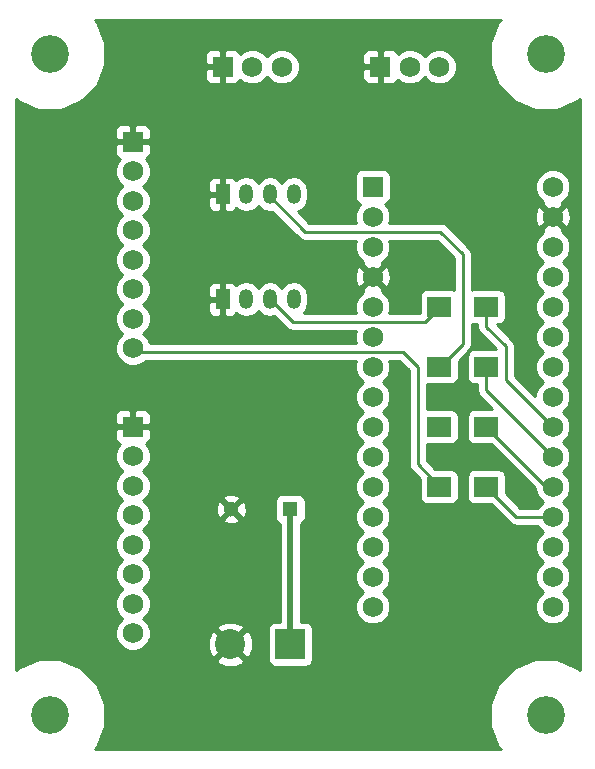
<source format=gbr>
G04 #@! TF.FileFunction,Copper,L1,Top,Signal*
%FSLAX46Y46*%
G04 Gerber Fmt 4.6, Leading zero omitted, Abs format (unit mm)*
G04 Created by KiCad (PCBNEW 4.0.3+e1-6302~38~ubuntu15.04.1-stable) date Fri Aug 26 22:40:40 2016*
%MOMM*%
%LPD*%
G01*
G04 APERTURE LIST*
%ADD10C,0.100000*%
%ADD11R,1.727200X1.727200*%
%ADD12C,1.727200*%
%ADD13R,1.300000X1.300000*%
%ADD14C,1.300000*%
%ADD15R,1.750000X1.750000*%
%ADD16C,1.750000*%
%ADD17R,1.200000X1.700000*%
%ADD18O,1.200000X1.700000*%
%ADD19R,2.540000X2.540000*%
%ADD20C,2.540000*%
%ADD21R,2.000000X1.700000*%
%ADD22C,3.200000*%
%ADD23C,0.600000*%
%ADD24C,0.500000*%
%ADD25C,0.250000*%
%ADD26C,0.254000*%
G04 APERTURE END LIST*
D10*
D11*
X86360000Y-55245000D03*
D12*
X86360000Y-57785000D03*
X86360000Y-60325000D03*
X86360000Y-62865000D03*
X86360000Y-65405000D03*
X86360000Y-67945000D03*
X86360000Y-70485000D03*
X86360000Y-73025000D03*
X86360000Y-75565000D03*
X86360000Y-78105000D03*
X86360000Y-80645000D03*
X86360000Y-83185000D03*
X86360000Y-85725000D03*
X86360000Y-88265000D03*
X86360000Y-90805000D03*
X101600000Y-90805000D03*
X101600000Y-88265000D03*
X101600000Y-85725000D03*
X101600000Y-83185000D03*
X101600000Y-80645000D03*
X101600000Y-78105000D03*
X101600000Y-75565000D03*
X101600000Y-73025000D03*
X101600000Y-70485000D03*
X101600000Y-67945000D03*
X101600000Y-65405000D03*
X101600000Y-62865000D03*
X101600000Y-60325000D03*
X101600000Y-57785000D03*
X101600000Y-55245000D03*
D13*
X79375000Y-82550000D03*
D14*
X74375000Y-82550000D03*
D15*
X66040000Y-51435000D03*
D16*
X66040000Y-53935000D03*
X66040000Y-56435000D03*
X66040000Y-58935000D03*
X66040000Y-61435000D03*
X66040000Y-63935000D03*
X66040000Y-66435000D03*
X66040000Y-68935000D03*
D15*
X66040000Y-75565000D03*
D16*
X66040000Y-78065000D03*
X66040000Y-80565000D03*
X66040000Y-83065000D03*
X66040000Y-85565000D03*
X66040000Y-88065000D03*
X66040000Y-90565000D03*
X66040000Y-93065000D03*
D17*
X73660000Y-55880000D03*
D18*
X75660000Y-55880000D03*
X77660000Y-55880000D03*
X79660000Y-55880000D03*
D17*
X73660000Y-64770000D03*
D18*
X75660000Y-64770000D03*
X77660000Y-64770000D03*
X79660000Y-64770000D03*
D19*
X79375000Y-93980000D03*
D20*
X74295000Y-93980000D03*
D21*
X95980000Y-80645000D03*
X91980000Y-80645000D03*
X95980000Y-75565000D03*
X91980000Y-75565000D03*
X95980000Y-70485000D03*
X91980000Y-70485000D03*
X95980000Y-65405000D03*
X91980000Y-65405000D03*
D15*
X73660000Y-45085000D03*
D16*
X76160000Y-45085000D03*
X78660000Y-45085000D03*
D15*
X86995000Y-45085000D03*
D16*
X89495000Y-45085000D03*
X91995000Y-45085000D03*
D22*
X59000000Y-44000000D03*
X101000000Y-44000000D03*
X59000000Y-100000000D03*
X101000000Y-100000000D03*
D23*
X91980000Y-75565000D03*
D24*
X74295000Y-82630000D02*
X74375000Y-82550000D01*
D25*
X98520000Y-83185000D02*
X95980000Y-80645000D01*
X101600000Y-83185000D02*
X98520000Y-83185000D01*
X101060000Y-80645000D02*
X95980000Y-75565000D01*
X101600000Y-80645000D02*
X101060000Y-80645000D01*
X101600000Y-78105000D02*
X95980000Y-72485000D01*
X95980000Y-72485000D02*
X95980000Y-70485000D01*
X101600000Y-78105000D02*
X101473000Y-78105000D01*
X101600000Y-75565000D02*
X97635696Y-71600696D01*
X97635696Y-71600696D02*
X97635696Y-68774155D01*
X95980000Y-67118459D02*
X95980000Y-65405000D01*
X97635696Y-68774155D02*
X95980000Y-67118459D01*
X101600000Y-75565000D02*
X101473000Y-75565000D01*
X101600000Y-75565000D02*
X101060000Y-75565000D01*
D24*
X79375000Y-82550000D02*
X79375000Y-93980000D01*
D25*
X91980000Y-80645000D02*
X91980000Y-80550000D01*
X91980000Y-80550000D02*
X90170000Y-78740000D01*
X88900000Y-69215000D02*
X66320000Y-69215000D01*
X90170000Y-70485000D02*
X88900000Y-69215000D01*
X90170000Y-78740000D02*
X90170000Y-70485000D01*
X66320000Y-69215000D02*
X66040000Y-68935000D01*
X91980000Y-80645000D02*
X92075000Y-80645000D01*
X91980000Y-76105000D02*
X91980000Y-75565000D01*
X91980000Y-70612000D02*
X91980000Y-70580000D01*
X91980000Y-70580000D02*
X93980000Y-68580000D01*
X77660000Y-55880000D02*
X77660000Y-56070000D01*
X77660000Y-56070000D02*
X80645000Y-59055000D01*
X93980000Y-68580000D02*
X93980000Y-60960000D01*
X92075000Y-59055000D02*
X80645000Y-59055000D01*
X93980000Y-60960000D02*
X92075000Y-59055000D01*
X91980000Y-65405000D02*
X91980000Y-65500000D01*
X91980000Y-65500000D02*
X90805000Y-66675000D01*
X90805000Y-66675000D02*
X79565000Y-66675000D01*
X79565000Y-66675000D02*
X77660000Y-64770000D01*
X77660000Y-64770000D02*
X77660000Y-64960000D01*
D26*
G36*
X96994981Y-41318874D02*
X96273823Y-43055617D01*
X96272182Y-44936133D01*
X96990308Y-46674132D01*
X98318874Y-48005019D01*
X100055617Y-48726177D01*
X101936133Y-48727818D01*
X103674132Y-48009692D01*
X103873000Y-47811171D01*
X103873000Y-96187190D01*
X103681126Y-95994981D01*
X101944383Y-95273823D01*
X100063867Y-95272182D01*
X98325868Y-95990308D01*
X96994981Y-97318874D01*
X96273823Y-99055617D01*
X96272182Y-100936133D01*
X96990308Y-102674132D01*
X97188829Y-102873000D01*
X62812810Y-102873000D01*
X63005019Y-102681126D01*
X63726177Y-100944383D01*
X63727818Y-99063867D01*
X63009692Y-97325868D01*
X61681126Y-95994981D01*
X60074319Y-95327777D01*
X73126828Y-95327777D01*
X73258520Y-95622657D01*
X73966036Y-95894261D01*
X74723632Y-95874436D01*
X75331480Y-95622657D01*
X75463172Y-95327777D01*
X74295000Y-94159605D01*
X73126828Y-95327777D01*
X60074319Y-95327777D01*
X59944383Y-95273823D01*
X58063867Y-95272182D01*
X56325868Y-95990308D01*
X56127000Y-96188829D01*
X56127000Y-78364040D01*
X64529738Y-78364040D01*
X64759138Y-78919229D01*
X65154536Y-79315318D01*
X64760630Y-79708537D01*
X64530262Y-80263325D01*
X64529738Y-80864040D01*
X64759138Y-81419229D01*
X65154536Y-81815318D01*
X64760630Y-82208537D01*
X64530262Y-82763325D01*
X64529738Y-83364040D01*
X64759138Y-83919229D01*
X65154536Y-84315318D01*
X64760630Y-84708537D01*
X64530262Y-85263325D01*
X64529738Y-85864040D01*
X64759138Y-86419229D01*
X65154536Y-86815318D01*
X64760630Y-87208537D01*
X64530262Y-87763325D01*
X64529738Y-88364040D01*
X64759138Y-88919229D01*
X65154536Y-89315318D01*
X64760630Y-89708537D01*
X64530262Y-90263325D01*
X64529738Y-90864040D01*
X64759138Y-91419229D01*
X65154536Y-91815318D01*
X64760630Y-92208537D01*
X64530262Y-92763325D01*
X64529738Y-93364040D01*
X64759138Y-93919229D01*
X65183537Y-94344370D01*
X65738325Y-94574738D01*
X66339040Y-94575262D01*
X66894229Y-94345862D01*
X67319370Y-93921463D01*
X67431661Y-93651036D01*
X72380739Y-93651036D01*
X72400564Y-94408632D01*
X72652343Y-95016480D01*
X72947223Y-95148172D01*
X74115395Y-93980000D01*
X74474605Y-93980000D01*
X75642777Y-95148172D01*
X75937657Y-95016480D01*
X76209261Y-94308964D01*
X76189436Y-93551368D01*
X75937657Y-92943520D01*
X75642777Y-92811828D01*
X74474605Y-93980000D01*
X74115395Y-93980000D01*
X72947223Y-92811828D01*
X72652343Y-92943520D01*
X72380739Y-93651036D01*
X67431661Y-93651036D01*
X67549738Y-93366675D01*
X67550262Y-92765960D01*
X67495003Y-92632223D01*
X73126828Y-92632223D01*
X74295000Y-93800395D01*
X75385395Y-92710000D01*
X77457560Y-92710000D01*
X77457560Y-95250000D01*
X77501838Y-95485317D01*
X77640910Y-95701441D01*
X77853110Y-95846431D01*
X78105000Y-95897440D01*
X80645000Y-95897440D01*
X80880317Y-95853162D01*
X81096441Y-95714090D01*
X81241431Y-95501890D01*
X81292440Y-95250000D01*
X81292440Y-92710000D01*
X81248162Y-92474683D01*
X81109090Y-92258559D01*
X80896890Y-92113569D01*
X80645000Y-92062560D01*
X80260000Y-92062560D01*
X80260000Y-83803222D01*
X80260317Y-83803162D01*
X80476441Y-83664090D01*
X80621431Y-83451890D01*
X80672440Y-83200000D01*
X80672440Y-81900000D01*
X80628162Y-81664683D01*
X80489090Y-81448559D01*
X80276890Y-81303569D01*
X80025000Y-81252560D01*
X78725000Y-81252560D01*
X78489683Y-81296838D01*
X78273559Y-81435910D01*
X78128569Y-81648110D01*
X78077560Y-81900000D01*
X78077560Y-83200000D01*
X78121838Y-83435317D01*
X78260910Y-83651441D01*
X78473110Y-83796431D01*
X78490000Y-83799851D01*
X78490000Y-92062560D01*
X78105000Y-92062560D01*
X77869683Y-92106838D01*
X77653559Y-92245910D01*
X77508569Y-92458110D01*
X77457560Y-92710000D01*
X75385395Y-92710000D01*
X75463172Y-92632223D01*
X75331480Y-92337343D01*
X74623964Y-92065739D01*
X73866368Y-92085564D01*
X73258520Y-92337343D01*
X73126828Y-92632223D01*
X67495003Y-92632223D01*
X67320862Y-92210771D01*
X66925464Y-91814682D01*
X67319370Y-91421463D01*
X67549738Y-90866675D01*
X67550262Y-90265960D01*
X67320862Y-89710771D01*
X66925464Y-89314682D01*
X67319370Y-88921463D01*
X67549738Y-88366675D01*
X67550262Y-87765960D01*
X67320862Y-87210771D01*
X66925464Y-86814682D01*
X67319370Y-86421463D01*
X67549738Y-85866675D01*
X67550262Y-85265960D01*
X67320862Y-84710771D01*
X66925464Y-84314682D01*
X67319370Y-83921463D01*
X67515547Y-83449016D01*
X73655590Y-83449016D01*
X73711271Y-83679611D01*
X74194078Y-83847622D01*
X74704428Y-83818083D01*
X75038729Y-83679611D01*
X75094410Y-83449016D01*
X74375000Y-82729605D01*
X73655590Y-83449016D01*
X67515547Y-83449016D01*
X67549738Y-83366675D01*
X67550262Y-82765960D01*
X67386274Y-82369078D01*
X73077378Y-82369078D01*
X73106917Y-82879428D01*
X73245389Y-83213729D01*
X73475984Y-83269410D01*
X74195395Y-82550000D01*
X74554605Y-82550000D01*
X75274016Y-83269410D01*
X75504611Y-83213729D01*
X75672622Y-82730922D01*
X75643083Y-82220572D01*
X75504611Y-81886271D01*
X75274016Y-81830590D01*
X74554605Y-82550000D01*
X74195395Y-82550000D01*
X73475984Y-81830590D01*
X73245389Y-81886271D01*
X73077378Y-82369078D01*
X67386274Y-82369078D01*
X67320862Y-82210771D01*
X66925464Y-81814682D01*
X67089447Y-81650984D01*
X73655590Y-81650984D01*
X74375000Y-82370395D01*
X75094410Y-81650984D01*
X75038729Y-81420389D01*
X74555922Y-81252378D01*
X74045572Y-81281917D01*
X73711271Y-81420389D01*
X73655590Y-81650984D01*
X67089447Y-81650984D01*
X67319370Y-81421463D01*
X67549738Y-80866675D01*
X67550262Y-80265960D01*
X67320862Y-79710771D01*
X66925464Y-79314682D01*
X67319370Y-78921463D01*
X67549738Y-78366675D01*
X67550262Y-77765960D01*
X67320862Y-77210771D01*
X67143198Y-77032797D01*
X67274699Y-76978327D01*
X67453327Y-76799698D01*
X67550000Y-76566309D01*
X67550000Y-75850750D01*
X67391250Y-75692000D01*
X66167000Y-75692000D01*
X66167000Y-75712000D01*
X65913000Y-75712000D01*
X65913000Y-75692000D01*
X64688750Y-75692000D01*
X64530000Y-75850750D01*
X64530000Y-76566309D01*
X64626673Y-76799698D01*
X64805301Y-76978327D01*
X64936714Y-77032760D01*
X64760630Y-77208537D01*
X64530262Y-77763325D01*
X64529738Y-78364040D01*
X56127000Y-78364040D01*
X56127000Y-74563691D01*
X64530000Y-74563691D01*
X64530000Y-75279250D01*
X64688750Y-75438000D01*
X65913000Y-75438000D01*
X65913000Y-74213750D01*
X66167000Y-74213750D01*
X66167000Y-75438000D01*
X67391250Y-75438000D01*
X67550000Y-75279250D01*
X67550000Y-74563691D01*
X67453327Y-74330302D01*
X67274699Y-74151673D01*
X67041310Y-74055000D01*
X66325750Y-74055000D01*
X66167000Y-74213750D01*
X65913000Y-74213750D01*
X65754250Y-74055000D01*
X65038690Y-74055000D01*
X64805301Y-74151673D01*
X64626673Y-74330302D01*
X64530000Y-74563691D01*
X56127000Y-74563691D01*
X56127000Y-54234040D01*
X64529738Y-54234040D01*
X64759138Y-54789229D01*
X65154536Y-55185318D01*
X64760630Y-55578537D01*
X64530262Y-56133325D01*
X64529738Y-56734040D01*
X64759138Y-57289229D01*
X65154536Y-57685318D01*
X64760630Y-58078537D01*
X64530262Y-58633325D01*
X64529738Y-59234040D01*
X64759138Y-59789229D01*
X65154536Y-60185318D01*
X64760630Y-60578537D01*
X64530262Y-61133325D01*
X64529738Y-61734040D01*
X64759138Y-62289229D01*
X65154536Y-62685318D01*
X64760630Y-63078537D01*
X64530262Y-63633325D01*
X64529738Y-64234040D01*
X64759138Y-64789229D01*
X65154536Y-65185318D01*
X64760630Y-65578537D01*
X64530262Y-66133325D01*
X64529738Y-66734040D01*
X64759138Y-67289229D01*
X65154536Y-67685318D01*
X64760630Y-68078537D01*
X64530262Y-68633325D01*
X64529738Y-69234040D01*
X64759138Y-69789229D01*
X65183537Y-70214370D01*
X65738325Y-70444738D01*
X66339040Y-70445262D01*
X66894229Y-70215862D01*
X67135512Y-69975000D01*
X84949111Y-69975000D01*
X84861661Y-70185602D01*
X84861141Y-70781782D01*
X85088808Y-71332780D01*
X85510003Y-71754710D01*
X85510931Y-71755095D01*
X85090290Y-72175003D01*
X84861661Y-72725602D01*
X84861141Y-73321782D01*
X85088808Y-73872780D01*
X85510003Y-74294710D01*
X85510931Y-74295095D01*
X85090290Y-74715003D01*
X84861661Y-75265602D01*
X84861141Y-75861782D01*
X85088808Y-76412780D01*
X85510003Y-76834710D01*
X85510931Y-76835095D01*
X85090290Y-77255003D01*
X84861661Y-77805602D01*
X84861141Y-78401782D01*
X85088808Y-78952780D01*
X85510003Y-79374710D01*
X85510931Y-79375095D01*
X85090290Y-79795003D01*
X84861661Y-80345602D01*
X84861141Y-80941782D01*
X85088808Y-81492780D01*
X85510003Y-81914710D01*
X85510931Y-81915095D01*
X85090290Y-82335003D01*
X84861661Y-82885602D01*
X84861141Y-83481782D01*
X85088808Y-84032780D01*
X85510003Y-84454710D01*
X85510931Y-84455095D01*
X85090290Y-84875003D01*
X84861661Y-85425602D01*
X84861141Y-86021782D01*
X85088808Y-86572780D01*
X85510003Y-86994710D01*
X85510931Y-86995095D01*
X85090290Y-87415003D01*
X84861661Y-87965602D01*
X84861141Y-88561782D01*
X85088808Y-89112780D01*
X85510003Y-89534710D01*
X85510931Y-89535095D01*
X85090290Y-89955003D01*
X84861661Y-90505602D01*
X84861141Y-91101782D01*
X85088808Y-91652780D01*
X85510003Y-92074710D01*
X86060602Y-92303339D01*
X86656782Y-92303859D01*
X87207780Y-92076192D01*
X87629710Y-91654997D01*
X87858339Y-91104398D01*
X87858859Y-90508218D01*
X87631192Y-89957220D01*
X87209997Y-89535290D01*
X87209069Y-89534905D01*
X87629710Y-89114997D01*
X87858339Y-88564398D01*
X87858859Y-87968218D01*
X87631192Y-87417220D01*
X87209997Y-86995290D01*
X87209069Y-86994905D01*
X87629710Y-86574997D01*
X87858339Y-86024398D01*
X87858859Y-85428218D01*
X87631192Y-84877220D01*
X87209997Y-84455290D01*
X87209069Y-84454905D01*
X87629710Y-84034997D01*
X87858339Y-83484398D01*
X87858859Y-82888218D01*
X87631192Y-82337220D01*
X87209997Y-81915290D01*
X87209069Y-81914905D01*
X87629710Y-81494997D01*
X87858339Y-80944398D01*
X87858859Y-80348218D01*
X87631192Y-79797220D01*
X87209997Y-79375290D01*
X87209069Y-79374905D01*
X87629710Y-78954997D01*
X87858339Y-78404398D01*
X87858859Y-77808218D01*
X87631192Y-77257220D01*
X87209997Y-76835290D01*
X87209069Y-76834905D01*
X87629710Y-76414997D01*
X87858339Y-75864398D01*
X87858859Y-75268218D01*
X87631192Y-74717220D01*
X87209997Y-74295290D01*
X87209069Y-74294905D01*
X87629710Y-73874997D01*
X87858339Y-73324398D01*
X87858859Y-72728218D01*
X87631192Y-72177220D01*
X87209997Y-71755290D01*
X87209069Y-71754905D01*
X87629710Y-71334997D01*
X87858339Y-70784398D01*
X87858859Y-70188218D01*
X87770759Y-69975000D01*
X88585198Y-69975000D01*
X89410000Y-70799802D01*
X89410000Y-78740000D01*
X89467852Y-79030839D01*
X89632599Y-79277401D01*
X90332560Y-79977362D01*
X90332560Y-81495000D01*
X90376838Y-81730317D01*
X90515910Y-81946441D01*
X90728110Y-82091431D01*
X90980000Y-82142440D01*
X92980000Y-82142440D01*
X93215317Y-82098162D01*
X93431441Y-81959090D01*
X93576431Y-81746890D01*
X93627440Y-81495000D01*
X93627440Y-79795000D01*
X93583162Y-79559683D01*
X93444090Y-79343559D01*
X93231890Y-79198569D01*
X92980000Y-79147560D01*
X91652362Y-79147560D01*
X90930000Y-78425198D01*
X90930000Y-77052315D01*
X90980000Y-77062440D01*
X92980000Y-77062440D01*
X93215317Y-77018162D01*
X93431441Y-76879090D01*
X93576431Y-76666890D01*
X93627440Y-76415000D01*
X93627440Y-74715000D01*
X93583162Y-74479683D01*
X93444090Y-74263559D01*
X93231890Y-74118569D01*
X92980000Y-74067560D01*
X90980000Y-74067560D01*
X90930000Y-74076968D01*
X90930000Y-71972315D01*
X90980000Y-71982440D01*
X92980000Y-71982440D01*
X93215317Y-71938162D01*
X93431441Y-71799090D01*
X93576431Y-71586890D01*
X93627440Y-71335000D01*
X93627440Y-70007362D01*
X94517401Y-69117401D01*
X94682148Y-68870839D01*
X94740000Y-68580000D01*
X94740000Y-66853839D01*
X94980000Y-66902440D01*
X95220000Y-66902440D01*
X95220000Y-67118459D01*
X95277852Y-67409298D01*
X95442599Y-67655860D01*
X96774299Y-68987560D01*
X94980000Y-68987560D01*
X94744683Y-69031838D01*
X94528559Y-69170910D01*
X94383569Y-69383110D01*
X94332560Y-69635000D01*
X94332560Y-71335000D01*
X94376838Y-71570317D01*
X94515910Y-71786441D01*
X94728110Y-71931431D01*
X94980000Y-71982440D01*
X95220000Y-71982440D01*
X95220000Y-72485000D01*
X95277852Y-72775839D01*
X95442599Y-73022401D01*
X96487758Y-74067560D01*
X94980000Y-74067560D01*
X94744683Y-74111838D01*
X94528559Y-74250910D01*
X94383569Y-74463110D01*
X94332560Y-74715000D01*
X94332560Y-76415000D01*
X94376838Y-76650317D01*
X94515910Y-76866441D01*
X94728110Y-77011431D01*
X94980000Y-77062440D01*
X96402638Y-77062440D01*
X100101299Y-80761101D01*
X100101141Y-80941782D01*
X100328808Y-81492780D01*
X100750003Y-81914710D01*
X100750931Y-81915095D01*
X100330290Y-82335003D01*
X100292920Y-82425000D01*
X98834802Y-82425000D01*
X97627440Y-81217638D01*
X97627440Y-79795000D01*
X97583162Y-79559683D01*
X97444090Y-79343559D01*
X97231890Y-79198569D01*
X96980000Y-79147560D01*
X94980000Y-79147560D01*
X94744683Y-79191838D01*
X94528559Y-79330910D01*
X94383569Y-79543110D01*
X94332560Y-79795000D01*
X94332560Y-81495000D01*
X94376838Y-81730317D01*
X94515910Y-81946441D01*
X94728110Y-82091431D01*
X94980000Y-82142440D01*
X96402638Y-82142440D01*
X97982599Y-83722401D01*
X98229160Y-83887148D01*
X98277414Y-83896746D01*
X98520000Y-83945000D01*
X100292538Y-83945000D01*
X100328808Y-84032780D01*
X100750003Y-84454710D01*
X100750931Y-84455095D01*
X100330290Y-84875003D01*
X100101661Y-85425602D01*
X100101141Y-86021782D01*
X100328808Y-86572780D01*
X100750003Y-86994710D01*
X100750931Y-86995095D01*
X100330290Y-87415003D01*
X100101661Y-87965602D01*
X100101141Y-88561782D01*
X100328808Y-89112780D01*
X100750003Y-89534710D01*
X100750931Y-89535095D01*
X100330290Y-89955003D01*
X100101661Y-90505602D01*
X100101141Y-91101782D01*
X100328808Y-91652780D01*
X100750003Y-92074710D01*
X101300602Y-92303339D01*
X101896782Y-92303859D01*
X102447780Y-92076192D01*
X102869710Y-91654997D01*
X103098339Y-91104398D01*
X103098859Y-90508218D01*
X102871192Y-89957220D01*
X102449997Y-89535290D01*
X102449069Y-89534905D01*
X102869710Y-89114997D01*
X103098339Y-88564398D01*
X103098859Y-87968218D01*
X102871192Y-87417220D01*
X102449997Y-86995290D01*
X102449069Y-86994905D01*
X102869710Y-86574997D01*
X103098339Y-86024398D01*
X103098859Y-85428218D01*
X102871192Y-84877220D01*
X102449997Y-84455290D01*
X102449069Y-84454905D01*
X102869710Y-84034997D01*
X103098339Y-83484398D01*
X103098859Y-82888218D01*
X102871192Y-82337220D01*
X102449997Y-81915290D01*
X102449069Y-81914905D01*
X102869710Y-81494997D01*
X103098339Y-80944398D01*
X103098859Y-80348218D01*
X102871192Y-79797220D01*
X102449997Y-79375290D01*
X102449069Y-79374905D01*
X102869710Y-78954997D01*
X103098339Y-78404398D01*
X103098859Y-77808218D01*
X102871192Y-77257220D01*
X102449997Y-76835290D01*
X102449069Y-76834905D01*
X102869710Y-76414997D01*
X103098339Y-75864398D01*
X103098859Y-75268218D01*
X102871192Y-74717220D01*
X102449997Y-74295290D01*
X102449069Y-74294905D01*
X102869710Y-73874997D01*
X103098339Y-73324398D01*
X103098859Y-72728218D01*
X102871192Y-72177220D01*
X102449997Y-71755290D01*
X102449069Y-71754905D01*
X102869710Y-71334997D01*
X103098339Y-70784398D01*
X103098859Y-70188218D01*
X102871192Y-69637220D01*
X102449997Y-69215290D01*
X102449069Y-69214905D01*
X102869710Y-68794997D01*
X103098339Y-68244398D01*
X103098859Y-67648218D01*
X102871192Y-67097220D01*
X102449997Y-66675290D01*
X102449069Y-66674905D01*
X102869710Y-66254997D01*
X103098339Y-65704398D01*
X103098859Y-65108218D01*
X102871192Y-64557220D01*
X102449997Y-64135290D01*
X102449069Y-64134905D01*
X102869710Y-63714997D01*
X103098339Y-63164398D01*
X103098859Y-62568218D01*
X102871192Y-62017220D01*
X102449997Y-61595290D01*
X102449069Y-61594905D01*
X102869710Y-61174997D01*
X103098339Y-60624398D01*
X103098859Y-60028218D01*
X102871192Y-59477220D01*
X102449997Y-59055290D01*
X102409463Y-59038459D01*
X102474200Y-58838805D01*
X101600000Y-57964605D01*
X100725800Y-58838805D01*
X100790399Y-59038033D01*
X100752220Y-59053808D01*
X100330290Y-59475003D01*
X100101661Y-60025602D01*
X100101141Y-60621782D01*
X100328808Y-61172780D01*
X100750003Y-61594710D01*
X100750931Y-61595095D01*
X100330290Y-62015003D01*
X100101661Y-62565602D01*
X100101141Y-63161782D01*
X100328808Y-63712780D01*
X100750003Y-64134710D01*
X100750931Y-64135095D01*
X100330290Y-64555003D01*
X100101661Y-65105602D01*
X100101141Y-65701782D01*
X100328808Y-66252780D01*
X100750003Y-66674710D01*
X100750931Y-66675095D01*
X100330290Y-67095003D01*
X100101661Y-67645602D01*
X100101141Y-68241782D01*
X100328808Y-68792780D01*
X100750003Y-69214710D01*
X100750931Y-69215095D01*
X100330290Y-69635003D01*
X100101661Y-70185602D01*
X100101141Y-70781782D01*
X100328808Y-71332780D01*
X100750003Y-71754710D01*
X100750931Y-71755095D01*
X100330290Y-72175003D01*
X100101661Y-72725602D01*
X100101429Y-72991627D01*
X98395696Y-71285894D01*
X98395696Y-68774155D01*
X98337844Y-68483316D01*
X98173097Y-68236754D01*
X96838783Y-66902440D01*
X96980000Y-66902440D01*
X97215317Y-66858162D01*
X97431441Y-66719090D01*
X97576431Y-66506890D01*
X97627440Y-66255000D01*
X97627440Y-64555000D01*
X97583162Y-64319683D01*
X97444090Y-64103559D01*
X97231890Y-63958569D01*
X96980000Y-63907560D01*
X94980000Y-63907560D01*
X94744683Y-63951838D01*
X94740000Y-63954851D01*
X94740000Y-60960000D01*
X94682148Y-60669161D01*
X94517401Y-60422599D01*
X92612401Y-58517599D01*
X92365839Y-58352852D01*
X92075000Y-58295000D01*
X87770889Y-58295000D01*
X87858339Y-58084398D01*
X87858802Y-57553030D01*
X100089752Y-57553030D01*
X100115942Y-58148635D01*
X100293484Y-58577259D01*
X100546195Y-58659200D01*
X101420395Y-57785000D01*
X101779605Y-57785000D01*
X102653805Y-58659200D01*
X102906516Y-58577259D01*
X103110248Y-58016970D01*
X103084058Y-57421365D01*
X102906516Y-56992741D01*
X102653805Y-56910800D01*
X101779605Y-57785000D01*
X101420395Y-57785000D01*
X100546195Y-56910800D01*
X100293484Y-56992741D01*
X100089752Y-57553030D01*
X87858802Y-57553030D01*
X87858859Y-57488218D01*
X87631192Y-56937220D01*
X87414475Y-56720124D01*
X87458917Y-56711762D01*
X87675041Y-56572690D01*
X87820031Y-56360490D01*
X87871040Y-56108600D01*
X87871040Y-55541782D01*
X100101141Y-55541782D01*
X100328808Y-56092780D01*
X100750003Y-56514710D01*
X100790537Y-56531541D01*
X100725800Y-56731195D01*
X101600000Y-57605395D01*
X102474200Y-56731195D01*
X102409601Y-56531967D01*
X102447780Y-56516192D01*
X102869710Y-56094997D01*
X103098339Y-55544398D01*
X103098859Y-54948218D01*
X102871192Y-54397220D01*
X102449997Y-53975290D01*
X101899398Y-53746661D01*
X101303218Y-53746141D01*
X100752220Y-53973808D01*
X100330290Y-54395003D01*
X100101661Y-54945602D01*
X100101141Y-55541782D01*
X87871040Y-55541782D01*
X87871040Y-54381400D01*
X87826762Y-54146083D01*
X87687690Y-53929959D01*
X87475490Y-53784969D01*
X87223600Y-53733960D01*
X85496400Y-53733960D01*
X85261083Y-53778238D01*
X85044959Y-53917310D01*
X84899969Y-54129510D01*
X84848960Y-54381400D01*
X84848960Y-56108600D01*
X84893238Y-56343917D01*
X85032310Y-56560041D01*
X85244510Y-56705031D01*
X85307820Y-56717852D01*
X85090290Y-56935003D01*
X84861661Y-57485602D01*
X84861141Y-58081782D01*
X84949241Y-58295000D01*
X80959802Y-58295000D01*
X79992714Y-57327912D01*
X80132614Y-57300084D01*
X80533277Y-57032370D01*
X80800991Y-56631707D01*
X80895000Y-56159093D01*
X80895000Y-55600907D01*
X80800991Y-55128293D01*
X80533277Y-54727630D01*
X80132614Y-54459916D01*
X79660000Y-54365907D01*
X79187386Y-54459916D01*
X78786723Y-54727630D01*
X78660000Y-54917285D01*
X78533277Y-54727630D01*
X78132614Y-54459916D01*
X77660000Y-54365907D01*
X77187386Y-54459916D01*
X76786723Y-54727630D01*
X76660000Y-54917285D01*
X76533277Y-54727630D01*
X76132614Y-54459916D01*
X75660000Y-54365907D01*
X75187386Y-54459916D01*
X74814410Y-54709130D01*
X74798327Y-54670301D01*
X74619698Y-54491673D01*
X74386309Y-54395000D01*
X73945750Y-54395000D01*
X73787000Y-54553750D01*
X73787000Y-55753000D01*
X73807000Y-55753000D01*
X73807000Y-56007000D01*
X73787000Y-56007000D01*
X73787000Y-57206250D01*
X73945750Y-57365000D01*
X74386309Y-57365000D01*
X74619698Y-57268327D01*
X74798327Y-57089699D01*
X74814410Y-57050870D01*
X75187386Y-57300084D01*
X75660000Y-57394093D01*
X76132614Y-57300084D01*
X76533277Y-57032370D01*
X76660000Y-56842715D01*
X76786723Y-57032370D01*
X77187386Y-57300084D01*
X77660000Y-57394093D01*
X77867931Y-57352733D01*
X80107599Y-59592401D01*
X80354161Y-59757148D01*
X80645000Y-59815000D01*
X84949111Y-59815000D01*
X84861661Y-60025602D01*
X84861141Y-60621782D01*
X85088808Y-61172780D01*
X85510003Y-61594710D01*
X85550537Y-61611541D01*
X85485800Y-61811195D01*
X86360000Y-62685395D01*
X87234200Y-61811195D01*
X87169601Y-61611967D01*
X87207780Y-61596192D01*
X87629710Y-61174997D01*
X87858339Y-60624398D01*
X87858859Y-60028218D01*
X87770759Y-59815000D01*
X91760198Y-59815000D01*
X93220000Y-61274802D01*
X93220000Y-63956161D01*
X92980000Y-63907560D01*
X90980000Y-63907560D01*
X90744683Y-63951838D01*
X90528559Y-64090910D01*
X90383569Y-64303110D01*
X90332560Y-64555000D01*
X90332560Y-65915000D01*
X87770889Y-65915000D01*
X87858339Y-65704398D01*
X87858859Y-65108218D01*
X87631192Y-64557220D01*
X87209997Y-64135290D01*
X87169463Y-64118459D01*
X87234200Y-63918805D01*
X86360000Y-63044605D01*
X85485800Y-63918805D01*
X85550399Y-64118033D01*
X85512220Y-64133808D01*
X85090290Y-64555003D01*
X84861661Y-65105602D01*
X84861141Y-65701782D01*
X84949241Y-65915000D01*
X80538201Y-65915000D01*
X80800991Y-65521707D01*
X80895000Y-65049093D01*
X80895000Y-64490907D01*
X80800991Y-64018293D01*
X80533277Y-63617630D01*
X80132614Y-63349916D01*
X79660000Y-63255907D01*
X79187386Y-63349916D01*
X78786723Y-63617630D01*
X78660000Y-63807285D01*
X78533277Y-63617630D01*
X78132614Y-63349916D01*
X77660000Y-63255907D01*
X77187386Y-63349916D01*
X76786723Y-63617630D01*
X76660000Y-63807285D01*
X76533277Y-63617630D01*
X76132614Y-63349916D01*
X75660000Y-63255907D01*
X75187386Y-63349916D01*
X74814410Y-63599130D01*
X74798327Y-63560301D01*
X74619698Y-63381673D01*
X74386309Y-63285000D01*
X73945750Y-63285000D01*
X73787000Y-63443750D01*
X73787000Y-64643000D01*
X73807000Y-64643000D01*
X73807000Y-64897000D01*
X73787000Y-64897000D01*
X73787000Y-66096250D01*
X73945750Y-66255000D01*
X74386309Y-66255000D01*
X74619698Y-66158327D01*
X74798327Y-65979699D01*
X74814410Y-65940870D01*
X75187386Y-66190084D01*
X75660000Y-66284093D01*
X76132614Y-66190084D01*
X76533277Y-65922370D01*
X76660000Y-65732715D01*
X76786723Y-65922370D01*
X77187386Y-66190084D01*
X77660000Y-66284093D01*
X78026408Y-66211210D01*
X79027599Y-67212401D01*
X79274161Y-67377148D01*
X79565000Y-67435000D01*
X84949111Y-67435000D01*
X84861661Y-67645602D01*
X84861141Y-68241782D01*
X84949241Y-68455000D01*
X67475491Y-68455000D01*
X67320862Y-68080771D01*
X66925464Y-67684682D01*
X67319370Y-67291463D01*
X67549738Y-66736675D01*
X67550262Y-66135960D01*
X67320862Y-65580771D01*
X66925464Y-65184682D01*
X67054621Y-65055750D01*
X72425000Y-65055750D01*
X72425000Y-65746310D01*
X72521673Y-65979699D01*
X72700302Y-66158327D01*
X72933691Y-66255000D01*
X73374250Y-66255000D01*
X73533000Y-66096250D01*
X73533000Y-64897000D01*
X72583750Y-64897000D01*
X72425000Y-65055750D01*
X67054621Y-65055750D01*
X67319370Y-64791463D01*
X67549738Y-64236675D01*
X67550124Y-63793690D01*
X72425000Y-63793690D01*
X72425000Y-64484250D01*
X72583750Y-64643000D01*
X73533000Y-64643000D01*
X73533000Y-63443750D01*
X73374250Y-63285000D01*
X72933691Y-63285000D01*
X72700302Y-63381673D01*
X72521673Y-63560301D01*
X72425000Y-63793690D01*
X67550124Y-63793690D01*
X67550262Y-63635960D01*
X67320862Y-63080771D01*
X66925464Y-62684682D01*
X66977206Y-62633030D01*
X84849752Y-62633030D01*
X84875942Y-63228635D01*
X85053484Y-63657259D01*
X85306195Y-63739200D01*
X86180395Y-62865000D01*
X86539605Y-62865000D01*
X87413805Y-63739200D01*
X87666516Y-63657259D01*
X87870248Y-63096970D01*
X87844058Y-62501365D01*
X87666516Y-62072741D01*
X87413805Y-61990800D01*
X86539605Y-62865000D01*
X86180395Y-62865000D01*
X85306195Y-61990800D01*
X85053484Y-62072741D01*
X84849752Y-62633030D01*
X66977206Y-62633030D01*
X67319370Y-62291463D01*
X67549738Y-61736675D01*
X67550262Y-61135960D01*
X67320862Y-60580771D01*
X66925464Y-60184682D01*
X67319370Y-59791463D01*
X67549738Y-59236675D01*
X67550262Y-58635960D01*
X67320862Y-58080771D01*
X66925464Y-57684682D01*
X67319370Y-57291463D01*
X67549738Y-56736675D01*
X67550236Y-56165750D01*
X72425000Y-56165750D01*
X72425000Y-56856310D01*
X72521673Y-57089699D01*
X72700302Y-57268327D01*
X72933691Y-57365000D01*
X73374250Y-57365000D01*
X73533000Y-57206250D01*
X73533000Y-56007000D01*
X72583750Y-56007000D01*
X72425000Y-56165750D01*
X67550236Y-56165750D01*
X67550262Y-56135960D01*
X67320862Y-55580771D01*
X66925464Y-55184682D01*
X67206946Y-54903690D01*
X72425000Y-54903690D01*
X72425000Y-55594250D01*
X72583750Y-55753000D01*
X73533000Y-55753000D01*
X73533000Y-54553750D01*
X73374250Y-54395000D01*
X72933691Y-54395000D01*
X72700302Y-54491673D01*
X72521673Y-54670301D01*
X72425000Y-54903690D01*
X67206946Y-54903690D01*
X67319370Y-54791463D01*
X67549738Y-54236675D01*
X67550262Y-53635960D01*
X67320862Y-53080771D01*
X67143198Y-52902797D01*
X67274699Y-52848327D01*
X67453327Y-52669698D01*
X67550000Y-52436309D01*
X67550000Y-51720750D01*
X67391250Y-51562000D01*
X66167000Y-51562000D01*
X66167000Y-51582000D01*
X65913000Y-51582000D01*
X65913000Y-51562000D01*
X64688750Y-51562000D01*
X64530000Y-51720750D01*
X64530000Y-52436309D01*
X64626673Y-52669698D01*
X64805301Y-52848327D01*
X64936714Y-52902760D01*
X64760630Y-53078537D01*
X64530262Y-53633325D01*
X64529738Y-54234040D01*
X56127000Y-54234040D01*
X56127000Y-50433691D01*
X64530000Y-50433691D01*
X64530000Y-51149250D01*
X64688750Y-51308000D01*
X65913000Y-51308000D01*
X65913000Y-50083750D01*
X66167000Y-50083750D01*
X66167000Y-51308000D01*
X67391250Y-51308000D01*
X67550000Y-51149250D01*
X67550000Y-50433691D01*
X67453327Y-50200302D01*
X67274699Y-50021673D01*
X67041310Y-49925000D01*
X66325750Y-49925000D01*
X66167000Y-50083750D01*
X65913000Y-50083750D01*
X65754250Y-49925000D01*
X65038690Y-49925000D01*
X64805301Y-50021673D01*
X64626673Y-50200302D01*
X64530000Y-50433691D01*
X56127000Y-50433691D01*
X56127000Y-47812810D01*
X56318874Y-48005019D01*
X58055617Y-48726177D01*
X59936133Y-48727818D01*
X61674132Y-48009692D01*
X63005019Y-46681126D01*
X63549134Y-45370750D01*
X72150000Y-45370750D01*
X72150000Y-46086310D01*
X72246673Y-46319699D01*
X72425302Y-46498327D01*
X72658691Y-46595000D01*
X73374250Y-46595000D01*
X73533000Y-46436250D01*
X73533000Y-45212000D01*
X72308750Y-45212000D01*
X72150000Y-45370750D01*
X63549134Y-45370750D01*
X63726177Y-44944383D01*
X63726928Y-44083690D01*
X72150000Y-44083690D01*
X72150000Y-44799250D01*
X72308750Y-44958000D01*
X73533000Y-44958000D01*
X73533000Y-43733750D01*
X73787000Y-43733750D01*
X73787000Y-44958000D01*
X73807000Y-44958000D01*
X73807000Y-45212000D01*
X73787000Y-45212000D01*
X73787000Y-46436250D01*
X73945750Y-46595000D01*
X74661309Y-46595000D01*
X74894698Y-46498327D01*
X75073327Y-46319699D01*
X75127760Y-46188286D01*
X75303537Y-46364370D01*
X75858325Y-46594738D01*
X76459040Y-46595262D01*
X77014229Y-46365862D01*
X77410318Y-45970464D01*
X77803537Y-46364370D01*
X78358325Y-46594738D01*
X78959040Y-46595262D01*
X79514229Y-46365862D01*
X79939370Y-45941463D01*
X80169738Y-45386675D01*
X80169751Y-45370750D01*
X85485000Y-45370750D01*
X85485000Y-46086310D01*
X85581673Y-46319699D01*
X85760302Y-46498327D01*
X85993691Y-46595000D01*
X86709250Y-46595000D01*
X86868000Y-46436250D01*
X86868000Y-45212000D01*
X85643750Y-45212000D01*
X85485000Y-45370750D01*
X80169751Y-45370750D01*
X80170262Y-44785960D01*
X79940862Y-44230771D01*
X79794038Y-44083690D01*
X85485000Y-44083690D01*
X85485000Y-44799250D01*
X85643750Y-44958000D01*
X86868000Y-44958000D01*
X86868000Y-43733750D01*
X87122000Y-43733750D01*
X87122000Y-44958000D01*
X87142000Y-44958000D01*
X87142000Y-45212000D01*
X87122000Y-45212000D01*
X87122000Y-46436250D01*
X87280750Y-46595000D01*
X87996309Y-46595000D01*
X88229698Y-46498327D01*
X88408327Y-46319699D01*
X88462760Y-46188286D01*
X88638537Y-46364370D01*
X89193325Y-46594738D01*
X89794040Y-46595262D01*
X90349229Y-46365862D01*
X90745318Y-45970464D01*
X91138537Y-46364370D01*
X91693325Y-46594738D01*
X92294040Y-46595262D01*
X92849229Y-46365862D01*
X93274370Y-45941463D01*
X93504738Y-45386675D01*
X93505262Y-44785960D01*
X93275862Y-44230771D01*
X92851463Y-43805630D01*
X92296675Y-43575262D01*
X91695960Y-43574738D01*
X91140771Y-43804138D01*
X90744682Y-44199536D01*
X90351463Y-43805630D01*
X89796675Y-43575262D01*
X89195960Y-43574738D01*
X88640771Y-43804138D01*
X88462797Y-43981802D01*
X88408327Y-43850301D01*
X88229698Y-43671673D01*
X87996309Y-43575000D01*
X87280750Y-43575000D01*
X87122000Y-43733750D01*
X86868000Y-43733750D01*
X86709250Y-43575000D01*
X85993691Y-43575000D01*
X85760302Y-43671673D01*
X85581673Y-43850301D01*
X85485000Y-44083690D01*
X79794038Y-44083690D01*
X79516463Y-43805630D01*
X78961675Y-43575262D01*
X78360960Y-43574738D01*
X77805771Y-43804138D01*
X77409682Y-44199536D01*
X77016463Y-43805630D01*
X76461675Y-43575262D01*
X75860960Y-43574738D01*
X75305771Y-43804138D01*
X75127797Y-43981802D01*
X75073327Y-43850301D01*
X74894698Y-43671673D01*
X74661309Y-43575000D01*
X73945750Y-43575000D01*
X73787000Y-43733750D01*
X73533000Y-43733750D01*
X73374250Y-43575000D01*
X72658691Y-43575000D01*
X72425302Y-43671673D01*
X72246673Y-43850301D01*
X72150000Y-44083690D01*
X63726928Y-44083690D01*
X63727818Y-43063867D01*
X63009692Y-41325868D01*
X62811171Y-41127000D01*
X97187190Y-41127000D01*
X96994981Y-41318874D01*
X96994981Y-41318874D01*
G37*
X96994981Y-41318874D02*
X96273823Y-43055617D01*
X96272182Y-44936133D01*
X96990308Y-46674132D01*
X98318874Y-48005019D01*
X100055617Y-48726177D01*
X101936133Y-48727818D01*
X103674132Y-48009692D01*
X103873000Y-47811171D01*
X103873000Y-96187190D01*
X103681126Y-95994981D01*
X101944383Y-95273823D01*
X100063867Y-95272182D01*
X98325868Y-95990308D01*
X96994981Y-97318874D01*
X96273823Y-99055617D01*
X96272182Y-100936133D01*
X96990308Y-102674132D01*
X97188829Y-102873000D01*
X62812810Y-102873000D01*
X63005019Y-102681126D01*
X63726177Y-100944383D01*
X63727818Y-99063867D01*
X63009692Y-97325868D01*
X61681126Y-95994981D01*
X60074319Y-95327777D01*
X73126828Y-95327777D01*
X73258520Y-95622657D01*
X73966036Y-95894261D01*
X74723632Y-95874436D01*
X75331480Y-95622657D01*
X75463172Y-95327777D01*
X74295000Y-94159605D01*
X73126828Y-95327777D01*
X60074319Y-95327777D01*
X59944383Y-95273823D01*
X58063867Y-95272182D01*
X56325868Y-95990308D01*
X56127000Y-96188829D01*
X56127000Y-78364040D01*
X64529738Y-78364040D01*
X64759138Y-78919229D01*
X65154536Y-79315318D01*
X64760630Y-79708537D01*
X64530262Y-80263325D01*
X64529738Y-80864040D01*
X64759138Y-81419229D01*
X65154536Y-81815318D01*
X64760630Y-82208537D01*
X64530262Y-82763325D01*
X64529738Y-83364040D01*
X64759138Y-83919229D01*
X65154536Y-84315318D01*
X64760630Y-84708537D01*
X64530262Y-85263325D01*
X64529738Y-85864040D01*
X64759138Y-86419229D01*
X65154536Y-86815318D01*
X64760630Y-87208537D01*
X64530262Y-87763325D01*
X64529738Y-88364040D01*
X64759138Y-88919229D01*
X65154536Y-89315318D01*
X64760630Y-89708537D01*
X64530262Y-90263325D01*
X64529738Y-90864040D01*
X64759138Y-91419229D01*
X65154536Y-91815318D01*
X64760630Y-92208537D01*
X64530262Y-92763325D01*
X64529738Y-93364040D01*
X64759138Y-93919229D01*
X65183537Y-94344370D01*
X65738325Y-94574738D01*
X66339040Y-94575262D01*
X66894229Y-94345862D01*
X67319370Y-93921463D01*
X67431661Y-93651036D01*
X72380739Y-93651036D01*
X72400564Y-94408632D01*
X72652343Y-95016480D01*
X72947223Y-95148172D01*
X74115395Y-93980000D01*
X74474605Y-93980000D01*
X75642777Y-95148172D01*
X75937657Y-95016480D01*
X76209261Y-94308964D01*
X76189436Y-93551368D01*
X75937657Y-92943520D01*
X75642777Y-92811828D01*
X74474605Y-93980000D01*
X74115395Y-93980000D01*
X72947223Y-92811828D01*
X72652343Y-92943520D01*
X72380739Y-93651036D01*
X67431661Y-93651036D01*
X67549738Y-93366675D01*
X67550262Y-92765960D01*
X67495003Y-92632223D01*
X73126828Y-92632223D01*
X74295000Y-93800395D01*
X75385395Y-92710000D01*
X77457560Y-92710000D01*
X77457560Y-95250000D01*
X77501838Y-95485317D01*
X77640910Y-95701441D01*
X77853110Y-95846431D01*
X78105000Y-95897440D01*
X80645000Y-95897440D01*
X80880317Y-95853162D01*
X81096441Y-95714090D01*
X81241431Y-95501890D01*
X81292440Y-95250000D01*
X81292440Y-92710000D01*
X81248162Y-92474683D01*
X81109090Y-92258559D01*
X80896890Y-92113569D01*
X80645000Y-92062560D01*
X80260000Y-92062560D01*
X80260000Y-83803222D01*
X80260317Y-83803162D01*
X80476441Y-83664090D01*
X80621431Y-83451890D01*
X80672440Y-83200000D01*
X80672440Y-81900000D01*
X80628162Y-81664683D01*
X80489090Y-81448559D01*
X80276890Y-81303569D01*
X80025000Y-81252560D01*
X78725000Y-81252560D01*
X78489683Y-81296838D01*
X78273559Y-81435910D01*
X78128569Y-81648110D01*
X78077560Y-81900000D01*
X78077560Y-83200000D01*
X78121838Y-83435317D01*
X78260910Y-83651441D01*
X78473110Y-83796431D01*
X78490000Y-83799851D01*
X78490000Y-92062560D01*
X78105000Y-92062560D01*
X77869683Y-92106838D01*
X77653559Y-92245910D01*
X77508569Y-92458110D01*
X77457560Y-92710000D01*
X75385395Y-92710000D01*
X75463172Y-92632223D01*
X75331480Y-92337343D01*
X74623964Y-92065739D01*
X73866368Y-92085564D01*
X73258520Y-92337343D01*
X73126828Y-92632223D01*
X67495003Y-92632223D01*
X67320862Y-92210771D01*
X66925464Y-91814682D01*
X67319370Y-91421463D01*
X67549738Y-90866675D01*
X67550262Y-90265960D01*
X67320862Y-89710771D01*
X66925464Y-89314682D01*
X67319370Y-88921463D01*
X67549738Y-88366675D01*
X67550262Y-87765960D01*
X67320862Y-87210771D01*
X66925464Y-86814682D01*
X67319370Y-86421463D01*
X67549738Y-85866675D01*
X67550262Y-85265960D01*
X67320862Y-84710771D01*
X66925464Y-84314682D01*
X67319370Y-83921463D01*
X67515547Y-83449016D01*
X73655590Y-83449016D01*
X73711271Y-83679611D01*
X74194078Y-83847622D01*
X74704428Y-83818083D01*
X75038729Y-83679611D01*
X75094410Y-83449016D01*
X74375000Y-82729605D01*
X73655590Y-83449016D01*
X67515547Y-83449016D01*
X67549738Y-83366675D01*
X67550262Y-82765960D01*
X67386274Y-82369078D01*
X73077378Y-82369078D01*
X73106917Y-82879428D01*
X73245389Y-83213729D01*
X73475984Y-83269410D01*
X74195395Y-82550000D01*
X74554605Y-82550000D01*
X75274016Y-83269410D01*
X75504611Y-83213729D01*
X75672622Y-82730922D01*
X75643083Y-82220572D01*
X75504611Y-81886271D01*
X75274016Y-81830590D01*
X74554605Y-82550000D01*
X74195395Y-82550000D01*
X73475984Y-81830590D01*
X73245389Y-81886271D01*
X73077378Y-82369078D01*
X67386274Y-82369078D01*
X67320862Y-82210771D01*
X66925464Y-81814682D01*
X67089447Y-81650984D01*
X73655590Y-81650984D01*
X74375000Y-82370395D01*
X75094410Y-81650984D01*
X75038729Y-81420389D01*
X74555922Y-81252378D01*
X74045572Y-81281917D01*
X73711271Y-81420389D01*
X73655590Y-81650984D01*
X67089447Y-81650984D01*
X67319370Y-81421463D01*
X67549738Y-80866675D01*
X67550262Y-80265960D01*
X67320862Y-79710771D01*
X66925464Y-79314682D01*
X67319370Y-78921463D01*
X67549738Y-78366675D01*
X67550262Y-77765960D01*
X67320862Y-77210771D01*
X67143198Y-77032797D01*
X67274699Y-76978327D01*
X67453327Y-76799698D01*
X67550000Y-76566309D01*
X67550000Y-75850750D01*
X67391250Y-75692000D01*
X66167000Y-75692000D01*
X66167000Y-75712000D01*
X65913000Y-75712000D01*
X65913000Y-75692000D01*
X64688750Y-75692000D01*
X64530000Y-75850750D01*
X64530000Y-76566309D01*
X64626673Y-76799698D01*
X64805301Y-76978327D01*
X64936714Y-77032760D01*
X64760630Y-77208537D01*
X64530262Y-77763325D01*
X64529738Y-78364040D01*
X56127000Y-78364040D01*
X56127000Y-74563691D01*
X64530000Y-74563691D01*
X64530000Y-75279250D01*
X64688750Y-75438000D01*
X65913000Y-75438000D01*
X65913000Y-74213750D01*
X66167000Y-74213750D01*
X66167000Y-75438000D01*
X67391250Y-75438000D01*
X67550000Y-75279250D01*
X67550000Y-74563691D01*
X67453327Y-74330302D01*
X67274699Y-74151673D01*
X67041310Y-74055000D01*
X66325750Y-74055000D01*
X66167000Y-74213750D01*
X65913000Y-74213750D01*
X65754250Y-74055000D01*
X65038690Y-74055000D01*
X64805301Y-74151673D01*
X64626673Y-74330302D01*
X64530000Y-74563691D01*
X56127000Y-74563691D01*
X56127000Y-54234040D01*
X64529738Y-54234040D01*
X64759138Y-54789229D01*
X65154536Y-55185318D01*
X64760630Y-55578537D01*
X64530262Y-56133325D01*
X64529738Y-56734040D01*
X64759138Y-57289229D01*
X65154536Y-57685318D01*
X64760630Y-58078537D01*
X64530262Y-58633325D01*
X64529738Y-59234040D01*
X64759138Y-59789229D01*
X65154536Y-60185318D01*
X64760630Y-60578537D01*
X64530262Y-61133325D01*
X64529738Y-61734040D01*
X64759138Y-62289229D01*
X65154536Y-62685318D01*
X64760630Y-63078537D01*
X64530262Y-63633325D01*
X64529738Y-64234040D01*
X64759138Y-64789229D01*
X65154536Y-65185318D01*
X64760630Y-65578537D01*
X64530262Y-66133325D01*
X64529738Y-66734040D01*
X64759138Y-67289229D01*
X65154536Y-67685318D01*
X64760630Y-68078537D01*
X64530262Y-68633325D01*
X64529738Y-69234040D01*
X64759138Y-69789229D01*
X65183537Y-70214370D01*
X65738325Y-70444738D01*
X66339040Y-70445262D01*
X66894229Y-70215862D01*
X67135512Y-69975000D01*
X84949111Y-69975000D01*
X84861661Y-70185602D01*
X84861141Y-70781782D01*
X85088808Y-71332780D01*
X85510003Y-71754710D01*
X85510931Y-71755095D01*
X85090290Y-72175003D01*
X84861661Y-72725602D01*
X84861141Y-73321782D01*
X85088808Y-73872780D01*
X85510003Y-74294710D01*
X85510931Y-74295095D01*
X85090290Y-74715003D01*
X84861661Y-75265602D01*
X84861141Y-75861782D01*
X85088808Y-76412780D01*
X85510003Y-76834710D01*
X85510931Y-76835095D01*
X85090290Y-77255003D01*
X84861661Y-77805602D01*
X84861141Y-78401782D01*
X85088808Y-78952780D01*
X85510003Y-79374710D01*
X85510931Y-79375095D01*
X85090290Y-79795003D01*
X84861661Y-80345602D01*
X84861141Y-80941782D01*
X85088808Y-81492780D01*
X85510003Y-81914710D01*
X85510931Y-81915095D01*
X85090290Y-82335003D01*
X84861661Y-82885602D01*
X84861141Y-83481782D01*
X85088808Y-84032780D01*
X85510003Y-84454710D01*
X85510931Y-84455095D01*
X85090290Y-84875003D01*
X84861661Y-85425602D01*
X84861141Y-86021782D01*
X85088808Y-86572780D01*
X85510003Y-86994710D01*
X85510931Y-86995095D01*
X85090290Y-87415003D01*
X84861661Y-87965602D01*
X84861141Y-88561782D01*
X85088808Y-89112780D01*
X85510003Y-89534710D01*
X85510931Y-89535095D01*
X85090290Y-89955003D01*
X84861661Y-90505602D01*
X84861141Y-91101782D01*
X85088808Y-91652780D01*
X85510003Y-92074710D01*
X86060602Y-92303339D01*
X86656782Y-92303859D01*
X87207780Y-92076192D01*
X87629710Y-91654997D01*
X87858339Y-91104398D01*
X87858859Y-90508218D01*
X87631192Y-89957220D01*
X87209997Y-89535290D01*
X87209069Y-89534905D01*
X87629710Y-89114997D01*
X87858339Y-88564398D01*
X87858859Y-87968218D01*
X87631192Y-87417220D01*
X87209997Y-86995290D01*
X87209069Y-86994905D01*
X87629710Y-86574997D01*
X87858339Y-86024398D01*
X87858859Y-85428218D01*
X87631192Y-84877220D01*
X87209997Y-84455290D01*
X87209069Y-84454905D01*
X87629710Y-84034997D01*
X87858339Y-83484398D01*
X87858859Y-82888218D01*
X87631192Y-82337220D01*
X87209997Y-81915290D01*
X87209069Y-81914905D01*
X87629710Y-81494997D01*
X87858339Y-80944398D01*
X87858859Y-80348218D01*
X87631192Y-79797220D01*
X87209997Y-79375290D01*
X87209069Y-79374905D01*
X87629710Y-78954997D01*
X87858339Y-78404398D01*
X87858859Y-77808218D01*
X87631192Y-77257220D01*
X87209997Y-76835290D01*
X87209069Y-76834905D01*
X87629710Y-76414997D01*
X87858339Y-75864398D01*
X87858859Y-75268218D01*
X87631192Y-74717220D01*
X87209997Y-74295290D01*
X87209069Y-74294905D01*
X87629710Y-73874997D01*
X87858339Y-73324398D01*
X87858859Y-72728218D01*
X87631192Y-72177220D01*
X87209997Y-71755290D01*
X87209069Y-71754905D01*
X87629710Y-71334997D01*
X87858339Y-70784398D01*
X87858859Y-70188218D01*
X87770759Y-69975000D01*
X88585198Y-69975000D01*
X89410000Y-70799802D01*
X89410000Y-78740000D01*
X89467852Y-79030839D01*
X89632599Y-79277401D01*
X90332560Y-79977362D01*
X90332560Y-81495000D01*
X90376838Y-81730317D01*
X90515910Y-81946441D01*
X90728110Y-82091431D01*
X90980000Y-82142440D01*
X92980000Y-82142440D01*
X93215317Y-82098162D01*
X93431441Y-81959090D01*
X93576431Y-81746890D01*
X93627440Y-81495000D01*
X93627440Y-79795000D01*
X93583162Y-79559683D01*
X93444090Y-79343559D01*
X93231890Y-79198569D01*
X92980000Y-79147560D01*
X91652362Y-79147560D01*
X90930000Y-78425198D01*
X90930000Y-77052315D01*
X90980000Y-77062440D01*
X92980000Y-77062440D01*
X93215317Y-77018162D01*
X93431441Y-76879090D01*
X93576431Y-76666890D01*
X93627440Y-76415000D01*
X93627440Y-74715000D01*
X93583162Y-74479683D01*
X93444090Y-74263559D01*
X93231890Y-74118569D01*
X92980000Y-74067560D01*
X90980000Y-74067560D01*
X90930000Y-74076968D01*
X90930000Y-71972315D01*
X90980000Y-71982440D01*
X92980000Y-71982440D01*
X93215317Y-71938162D01*
X93431441Y-71799090D01*
X93576431Y-71586890D01*
X93627440Y-71335000D01*
X93627440Y-70007362D01*
X94517401Y-69117401D01*
X94682148Y-68870839D01*
X94740000Y-68580000D01*
X94740000Y-66853839D01*
X94980000Y-66902440D01*
X95220000Y-66902440D01*
X95220000Y-67118459D01*
X95277852Y-67409298D01*
X95442599Y-67655860D01*
X96774299Y-68987560D01*
X94980000Y-68987560D01*
X94744683Y-69031838D01*
X94528559Y-69170910D01*
X94383569Y-69383110D01*
X94332560Y-69635000D01*
X94332560Y-71335000D01*
X94376838Y-71570317D01*
X94515910Y-71786441D01*
X94728110Y-71931431D01*
X94980000Y-71982440D01*
X95220000Y-71982440D01*
X95220000Y-72485000D01*
X95277852Y-72775839D01*
X95442599Y-73022401D01*
X96487758Y-74067560D01*
X94980000Y-74067560D01*
X94744683Y-74111838D01*
X94528559Y-74250910D01*
X94383569Y-74463110D01*
X94332560Y-74715000D01*
X94332560Y-76415000D01*
X94376838Y-76650317D01*
X94515910Y-76866441D01*
X94728110Y-77011431D01*
X94980000Y-77062440D01*
X96402638Y-77062440D01*
X100101299Y-80761101D01*
X100101141Y-80941782D01*
X100328808Y-81492780D01*
X100750003Y-81914710D01*
X100750931Y-81915095D01*
X100330290Y-82335003D01*
X100292920Y-82425000D01*
X98834802Y-82425000D01*
X97627440Y-81217638D01*
X97627440Y-79795000D01*
X97583162Y-79559683D01*
X97444090Y-79343559D01*
X97231890Y-79198569D01*
X96980000Y-79147560D01*
X94980000Y-79147560D01*
X94744683Y-79191838D01*
X94528559Y-79330910D01*
X94383569Y-79543110D01*
X94332560Y-79795000D01*
X94332560Y-81495000D01*
X94376838Y-81730317D01*
X94515910Y-81946441D01*
X94728110Y-82091431D01*
X94980000Y-82142440D01*
X96402638Y-82142440D01*
X97982599Y-83722401D01*
X98229160Y-83887148D01*
X98277414Y-83896746D01*
X98520000Y-83945000D01*
X100292538Y-83945000D01*
X100328808Y-84032780D01*
X100750003Y-84454710D01*
X100750931Y-84455095D01*
X100330290Y-84875003D01*
X100101661Y-85425602D01*
X100101141Y-86021782D01*
X100328808Y-86572780D01*
X100750003Y-86994710D01*
X100750931Y-86995095D01*
X100330290Y-87415003D01*
X100101661Y-87965602D01*
X100101141Y-88561782D01*
X100328808Y-89112780D01*
X100750003Y-89534710D01*
X100750931Y-89535095D01*
X100330290Y-89955003D01*
X100101661Y-90505602D01*
X100101141Y-91101782D01*
X100328808Y-91652780D01*
X100750003Y-92074710D01*
X101300602Y-92303339D01*
X101896782Y-92303859D01*
X102447780Y-92076192D01*
X102869710Y-91654997D01*
X103098339Y-91104398D01*
X103098859Y-90508218D01*
X102871192Y-89957220D01*
X102449997Y-89535290D01*
X102449069Y-89534905D01*
X102869710Y-89114997D01*
X103098339Y-88564398D01*
X103098859Y-87968218D01*
X102871192Y-87417220D01*
X102449997Y-86995290D01*
X102449069Y-86994905D01*
X102869710Y-86574997D01*
X103098339Y-86024398D01*
X103098859Y-85428218D01*
X102871192Y-84877220D01*
X102449997Y-84455290D01*
X102449069Y-84454905D01*
X102869710Y-84034997D01*
X103098339Y-83484398D01*
X103098859Y-82888218D01*
X102871192Y-82337220D01*
X102449997Y-81915290D01*
X102449069Y-81914905D01*
X102869710Y-81494997D01*
X103098339Y-80944398D01*
X103098859Y-80348218D01*
X102871192Y-79797220D01*
X102449997Y-79375290D01*
X102449069Y-79374905D01*
X102869710Y-78954997D01*
X103098339Y-78404398D01*
X103098859Y-77808218D01*
X102871192Y-77257220D01*
X102449997Y-76835290D01*
X102449069Y-76834905D01*
X102869710Y-76414997D01*
X103098339Y-75864398D01*
X103098859Y-75268218D01*
X102871192Y-74717220D01*
X102449997Y-74295290D01*
X102449069Y-74294905D01*
X102869710Y-73874997D01*
X103098339Y-73324398D01*
X103098859Y-72728218D01*
X102871192Y-72177220D01*
X102449997Y-71755290D01*
X102449069Y-71754905D01*
X102869710Y-71334997D01*
X103098339Y-70784398D01*
X103098859Y-70188218D01*
X102871192Y-69637220D01*
X102449997Y-69215290D01*
X102449069Y-69214905D01*
X102869710Y-68794997D01*
X103098339Y-68244398D01*
X103098859Y-67648218D01*
X102871192Y-67097220D01*
X102449997Y-66675290D01*
X102449069Y-66674905D01*
X102869710Y-66254997D01*
X103098339Y-65704398D01*
X103098859Y-65108218D01*
X102871192Y-64557220D01*
X102449997Y-64135290D01*
X102449069Y-64134905D01*
X102869710Y-63714997D01*
X103098339Y-63164398D01*
X103098859Y-62568218D01*
X102871192Y-62017220D01*
X102449997Y-61595290D01*
X102449069Y-61594905D01*
X102869710Y-61174997D01*
X103098339Y-60624398D01*
X103098859Y-60028218D01*
X102871192Y-59477220D01*
X102449997Y-59055290D01*
X102409463Y-59038459D01*
X102474200Y-58838805D01*
X101600000Y-57964605D01*
X100725800Y-58838805D01*
X100790399Y-59038033D01*
X100752220Y-59053808D01*
X100330290Y-59475003D01*
X100101661Y-60025602D01*
X100101141Y-60621782D01*
X100328808Y-61172780D01*
X100750003Y-61594710D01*
X100750931Y-61595095D01*
X100330290Y-62015003D01*
X100101661Y-62565602D01*
X100101141Y-63161782D01*
X100328808Y-63712780D01*
X100750003Y-64134710D01*
X100750931Y-64135095D01*
X100330290Y-64555003D01*
X100101661Y-65105602D01*
X100101141Y-65701782D01*
X100328808Y-66252780D01*
X100750003Y-66674710D01*
X100750931Y-66675095D01*
X100330290Y-67095003D01*
X100101661Y-67645602D01*
X100101141Y-68241782D01*
X100328808Y-68792780D01*
X100750003Y-69214710D01*
X100750931Y-69215095D01*
X100330290Y-69635003D01*
X100101661Y-70185602D01*
X100101141Y-70781782D01*
X100328808Y-71332780D01*
X100750003Y-71754710D01*
X100750931Y-71755095D01*
X100330290Y-72175003D01*
X100101661Y-72725602D01*
X100101429Y-72991627D01*
X98395696Y-71285894D01*
X98395696Y-68774155D01*
X98337844Y-68483316D01*
X98173097Y-68236754D01*
X96838783Y-66902440D01*
X96980000Y-66902440D01*
X97215317Y-66858162D01*
X97431441Y-66719090D01*
X97576431Y-66506890D01*
X97627440Y-66255000D01*
X97627440Y-64555000D01*
X97583162Y-64319683D01*
X97444090Y-64103559D01*
X97231890Y-63958569D01*
X96980000Y-63907560D01*
X94980000Y-63907560D01*
X94744683Y-63951838D01*
X94740000Y-63954851D01*
X94740000Y-60960000D01*
X94682148Y-60669161D01*
X94517401Y-60422599D01*
X92612401Y-58517599D01*
X92365839Y-58352852D01*
X92075000Y-58295000D01*
X87770889Y-58295000D01*
X87858339Y-58084398D01*
X87858802Y-57553030D01*
X100089752Y-57553030D01*
X100115942Y-58148635D01*
X100293484Y-58577259D01*
X100546195Y-58659200D01*
X101420395Y-57785000D01*
X101779605Y-57785000D01*
X102653805Y-58659200D01*
X102906516Y-58577259D01*
X103110248Y-58016970D01*
X103084058Y-57421365D01*
X102906516Y-56992741D01*
X102653805Y-56910800D01*
X101779605Y-57785000D01*
X101420395Y-57785000D01*
X100546195Y-56910800D01*
X100293484Y-56992741D01*
X100089752Y-57553030D01*
X87858802Y-57553030D01*
X87858859Y-57488218D01*
X87631192Y-56937220D01*
X87414475Y-56720124D01*
X87458917Y-56711762D01*
X87675041Y-56572690D01*
X87820031Y-56360490D01*
X87871040Y-56108600D01*
X87871040Y-55541782D01*
X100101141Y-55541782D01*
X100328808Y-56092780D01*
X100750003Y-56514710D01*
X100790537Y-56531541D01*
X100725800Y-56731195D01*
X101600000Y-57605395D01*
X102474200Y-56731195D01*
X102409601Y-56531967D01*
X102447780Y-56516192D01*
X102869710Y-56094997D01*
X103098339Y-55544398D01*
X103098859Y-54948218D01*
X102871192Y-54397220D01*
X102449997Y-53975290D01*
X101899398Y-53746661D01*
X101303218Y-53746141D01*
X100752220Y-53973808D01*
X100330290Y-54395003D01*
X100101661Y-54945602D01*
X100101141Y-55541782D01*
X87871040Y-55541782D01*
X87871040Y-54381400D01*
X87826762Y-54146083D01*
X87687690Y-53929959D01*
X87475490Y-53784969D01*
X87223600Y-53733960D01*
X85496400Y-53733960D01*
X85261083Y-53778238D01*
X85044959Y-53917310D01*
X84899969Y-54129510D01*
X84848960Y-54381400D01*
X84848960Y-56108600D01*
X84893238Y-56343917D01*
X85032310Y-56560041D01*
X85244510Y-56705031D01*
X85307820Y-56717852D01*
X85090290Y-56935003D01*
X84861661Y-57485602D01*
X84861141Y-58081782D01*
X84949241Y-58295000D01*
X80959802Y-58295000D01*
X79992714Y-57327912D01*
X80132614Y-57300084D01*
X80533277Y-57032370D01*
X80800991Y-56631707D01*
X80895000Y-56159093D01*
X80895000Y-55600907D01*
X80800991Y-55128293D01*
X80533277Y-54727630D01*
X80132614Y-54459916D01*
X79660000Y-54365907D01*
X79187386Y-54459916D01*
X78786723Y-54727630D01*
X78660000Y-54917285D01*
X78533277Y-54727630D01*
X78132614Y-54459916D01*
X77660000Y-54365907D01*
X77187386Y-54459916D01*
X76786723Y-54727630D01*
X76660000Y-54917285D01*
X76533277Y-54727630D01*
X76132614Y-54459916D01*
X75660000Y-54365907D01*
X75187386Y-54459916D01*
X74814410Y-54709130D01*
X74798327Y-54670301D01*
X74619698Y-54491673D01*
X74386309Y-54395000D01*
X73945750Y-54395000D01*
X73787000Y-54553750D01*
X73787000Y-55753000D01*
X73807000Y-55753000D01*
X73807000Y-56007000D01*
X73787000Y-56007000D01*
X73787000Y-57206250D01*
X73945750Y-57365000D01*
X74386309Y-57365000D01*
X74619698Y-57268327D01*
X74798327Y-57089699D01*
X74814410Y-57050870D01*
X75187386Y-57300084D01*
X75660000Y-57394093D01*
X76132614Y-57300084D01*
X76533277Y-57032370D01*
X76660000Y-56842715D01*
X76786723Y-57032370D01*
X77187386Y-57300084D01*
X77660000Y-57394093D01*
X77867931Y-57352733D01*
X80107599Y-59592401D01*
X80354161Y-59757148D01*
X80645000Y-59815000D01*
X84949111Y-59815000D01*
X84861661Y-60025602D01*
X84861141Y-60621782D01*
X85088808Y-61172780D01*
X85510003Y-61594710D01*
X85550537Y-61611541D01*
X85485800Y-61811195D01*
X86360000Y-62685395D01*
X87234200Y-61811195D01*
X87169601Y-61611967D01*
X87207780Y-61596192D01*
X87629710Y-61174997D01*
X87858339Y-60624398D01*
X87858859Y-60028218D01*
X87770759Y-59815000D01*
X91760198Y-59815000D01*
X93220000Y-61274802D01*
X93220000Y-63956161D01*
X92980000Y-63907560D01*
X90980000Y-63907560D01*
X90744683Y-63951838D01*
X90528559Y-64090910D01*
X90383569Y-64303110D01*
X90332560Y-64555000D01*
X90332560Y-65915000D01*
X87770889Y-65915000D01*
X87858339Y-65704398D01*
X87858859Y-65108218D01*
X87631192Y-64557220D01*
X87209997Y-64135290D01*
X87169463Y-64118459D01*
X87234200Y-63918805D01*
X86360000Y-63044605D01*
X85485800Y-63918805D01*
X85550399Y-64118033D01*
X85512220Y-64133808D01*
X85090290Y-64555003D01*
X84861661Y-65105602D01*
X84861141Y-65701782D01*
X84949241Y-65915000D01*
X80538201Y-65915000D01*
X80800991Y-65521707D01*
X80895000Y-65049093D01*
X80895000Y-64490907D01*
X80800991Y-64018293D01*
X80533277Y-63617630D01*
X80132614Y-63349916D01*
X79660000Y-63255907D01*
X79187386Y-63349916D01*
X78786723Y-63617630D01*
X78660000Y-63807285D01*
X78533277Y-63617630D01*
X78132614Y-63349916D01*
X77660000Y-63255907D01*
X77187386Y-63349916D01*
X76786723Y-63617630D01*
X76660000Y-63807285D01*
X76533277Y-63617630D01*
X76132614Y-63349916D01*
X75660000Y-63255907D01*
X75187386Y-63349916D01*
X74814410Y-63599130D01*
X74798327Y-63560301D01*
X74619698Y-63381673D01*
X74386309Y-63285000D01*
X73945750Y-63285000D01*
X73787000Y-63443750D01*
X73787000Y-64643000D01*
X73807000Y-64643000D01*
X73807000Y-64897000D01*
X73787000Y-64897000D01*
X73787000Y-66096250D01*
X73945750Y-66255000D01*
X74386309Y-66255000D01*
X74619698Y-66158327D01*
X74798327Y-65979699D01*
X74814410Y-65940870D01*
X75187386Y-66190084D01*
X75660000Y-66284093D01*
X76132614Y-66190084D01*
X76533277Y-65922370D01*
X76660000Y-65732715D01*
X76786723Y-65922370D01*
X77187386Y-66190084D01*
X77660000Y-66284093D01*
X78026408Y-66211210D01*
X79027599Y-67212401D01*
X79274161Y-67377148D01*
X79565000Y-67435000D01*
X84949111Y-67435000D01*
X84861661Y-67645602D01*
X84861141Y-68241782D01*
X84949241Y-68455000D01*
X67475491Y-68455000D01*
X67320862Y-68080771D01*
X66925464Y-67684682D01*
X67319370Y-67291463D01*
X67549738Y-66736675D01*
X67550262Y-66135960D01*
X67320862Y-65580771D01*
X66925464Y-65184682D01*
X67054621Y-65055750D01*
X72425000Y-65055750D01*
X72425000Y-65746310D01*
X72521673Y-65979699D01*
X72700302Y-66158327D01*
X72933691Y-66255000D01*
X73374250Y-66255000D01*
X73533000Y-66096250D01*
X73533000Y-64897000D01*
X72583750Y-64897000D01*
X72425000Y-65055750D01*
X67054621Y-65055750D01*
X67319370Y-64791463D01*
X67549738Y-64236675D01*
X67550124Y-63793690D01*
X72425000Y-63793690D01*
X72425000Y-64484250D01*
X72583750Y-64643000D01*
X73533000Y-64643000D01*
X73533000Y-63443750D01*
X73374250Y-63285000D01*
X72933691Y-63285000D01*
X72700302Y-63381673D01*
X72521673Y-63560301D01*
X72425000Y-63793690D01*
X67550124Y-63793690D01*
X67550262Y-63635960D01*
X67320862Y-63080771D01*
X66925464Y-62684682D01*
X66977206Y-62633030D01*
X84849752Y-62633030D01*
X84875942Y-63228635D01*
X85053484Y-63657259D01*
X85306195Y-63739200D01*
X86180395Y-62865000D01*
X86539605Y-62865000D01*
X87413805Y-63739200D01*
X87666516Y-63657259D01*
X87870248Y-63096970D01*
X87844058Y-62501365D01*
X87666516Y-62072741D01*
X87413805Y-61990800D01*
X86539605Y-62865000D01*
X86180395Y-62865000D01*
X85306195Y-61990800D01*
X85053484Y-62072741D01*
X84849752Y-62633030D01*
X66977206Y-62633030D01*
X67319370Y-62291463D01*
X67549738Y-61736675D01*
X67550262Y-61135960D01*
X67320862Y-60580771D01*
X66925464Y-60184682D01*
X67319370Y-59791463D01*
X67549738Y-59236675D01*
X67550262Y-58635960D01*
X67320862Y-58080771D01*
X66925464Y-57684682D01*
X67319370Y-57291463D01*
X67549738Y-56736675D01*
X67550236Y-56165750D01*
X72425000Y-56165750D01*
X72425000Y-56856310D01*
X72521673Y-57089699D01*
X72700302Y-57268327D01*
X72933691Y-57365000D01*
X73374250Y-57365000D01*
X73533000Y-57206250D01*
X73533000Y-56007000D01*
X72583750Y-56007000D01*
X72425000Y-56165750D01*
X67550236Y-56165750D01*
X67550262Y-56135960D01*
X67320862Y-55580771D01*
X66925464Y-55184682D01*
X67206946Y-54903690D01*
X72425000Y-54903690D01*
X72425000Y-55594250D01*
X72583750Y-55753000D01*
X73533000Y-55753000D01*
X73533000Y-54553750D01*
X73374250Y-54395000D01*
X72933691Y-54395000D01*
X72700302Y-54491673D01*
X72521673Y-54670301D01*
X72425000Y-54903690D01*
X67206946Y-54903690D01*
X67319370Y-54791463D01*
X67549738Y-54236675D01*
X67550262Y-53635960D01*
X67320862Y-53080771D01*
X67143198Y-52902797D01*
X67274699Y-52848327D01*
X67453327Y-52669698D01*
X67550000Y-52436309D01*
X67550000Y-51720750D01*
X67391250Y-51562000D01*
X66167000Y-51562000D01*
X66167000Y-51582000D01*
X65913000Y-51582000D01*
X65913000Y-51562000D01*
X64688750Y-51562000D01*
X64530000Y-51720750D01*
X64530000Y-52436309D01*
X64626673Y-52669698D01*
X64805301Y-52848327D01*
X64936714Y-52902760D01*
X64760630Y-53078537D01*
X64530262Y-53633325D01*
X64529738Y-54234040D01*
X56127000Y-54234040D01*
X56127000Y-50433691D01*
X64530000Y-50433691D01*
X64530000Y-51149250D01*
X64688750Y-51308000D01*
X65913000Y-51308000D01*
X65913000Y-50083750D01*
X66167000Y-50083750D01*
X66167000Y-51308000D01*
X67391250Y-51308000D01*
X67550000Y-51149250D01*
X67550000Y-50433691D01*
X67453327Y-50200302D01*
X67274699Y-50021673D01*
X67041310Y-49925000D01*
X66325750Y-49925000D01*
X66167000Y-50083750D01*
X65913000Y-50083750D01*
X65754250Y-49925000D01*
X65038690Y-49925000D01*
X64805301Y-50021673D01*
X64626673Y-50200302D01*
X64530000Y-50433691D01*
X56127000Y-50433691D01*
X56127000Y-47812810D01*
X56318874Y-48005019D01*
X58055617Y-48726177D01*
X59936133Y-48727818D01*
X61674132Y-48009692D01*
X63005019Y-46681126D01*
X63549134Y-45370750D01*
X72150000Y-45370750D01*
X72150000Y-46086310D01*
X72246673Y-46319699D01*
X72425302Y-46498327D01*
X72658691Y-46595000D01*
X73374250Y-46595000D01*
X73533000Y-46436250D01*
X73533000Y-45212000D01*
X72308750Y-45212000D01*
X72150000Y-45370750D01*
X63549134Y-45370750D01*
X63726177Y-44944383D01*
X63726928Y-44083690D01*
X72150000Y-44083690D01*
X72150000Y-44799250D01*
X72308750Y-44958000D01*
X73533000Y-44958000D01*
X73533000Y-43733750D01*
X73787000Y-43733750D01*
X73787000Y-44958000D01*
X73807000Y-44958000D01*
X73807000Y-45212000D01*
X73787000Y-45212000D01*
X73787000Y-46436250D01*
X73945750Y-46595000D01*
X74661309Y-46595000D01*
X74894698Y-46498327D01*
X75073327Y-46319699D01*
X75127760Y-46188286D01*
X75303537Y-46364370D01*
X75858325Y-46594738D01*
X76459040Y-46595262D01*
X77014229Y-46365862D01*
X77410318Y-45970464D01*
X77803537Y-46364370D01*
X78358325Y-46594738D01*
X78959040Y-46595262D01*
X79514229Y-46365862D01*
X79939370Y-45941463D01*
X80169738Y-45386675D01*
X80169751Y-45370750D01*
X85485000Y-45370750D01*
X85485000Y-46086310D01*
X85581673Y-46319699D01*
X85760302Y-46498327D01*
X85993691Y-46595000D01*
X86709250Y-46595000D01*
X86868000Y-46436250D01*
X86868000Y-45212000D01*
X85643750Y-45212000D01*
X85485000Y-45370750D01*
X80169751Y-45370750D01*
X80170262Y-44785960D01*
X79940862Y-44230771D01*
X79794038Y-44083690D01*
X85485000Y-44083690D01*
X85485000Y-44799250D01*
X85643750Y-44958000D01*
X86868000Y-44958000D01*
X86868000Y-43733750D01*
X87122000Y-43733750D01*
X87122000Y-44958000D01*
X87142000Y-44958000D01*
X87142000Y-45212000D01*
X87122000Y-45212000D01*
X87122000Y-46436250D01*
X87280750Y-46595000D01*
X87996309Y-46595000D01*
X88229698Y-46498327D01*
X88408327Y-46319699D01*
X88462760Y-46188286D01*
X88638537Y-46364370D01*
X89193325Y-46594738D01*
X89794040Y-46595262D01*
X90349229Y-46365862D01*
X90745318Y-45970464D01*
X91138537Y-46364370D01*
X91693325Y-46594738D01*
X92294040Y-46595262D01*
X92849229Y-46365862D01*
X93274370Y-45941463D01*
X93504738Y-45386675D01*
X93505262Y-44785960D01*
X93275862Y-44230771D01*
X92851463Y-43805630D01*
X92296675Y-43575262D01*
X91695960Y-43574738D01*
X91140771Y-43804138D01*
X90744682Y-44199536D01*
X90351463Y-43805630D01*
X89796675Y-43575262D01*
X89195960Y-43574738D01*
X88640771Y-43804138D01*
X88462797Y-43981802D01*
X88408327Y-43850301D01*
X88229698Y-43671673D01*
X87996309Y-43575000D01*
X87280750Y-43575000D01*
X87122000Y-43733750D01*
X86868000Y-43733750D01*
X86709250Y-43575000D01*
X85993691Y-43575000D01*
X85760302Y-43671673D01*
X85581673Y-43850301D01*
X85485000Y-44083690D01*
X79794038Y-44083690D01*
X79516463Y-43805630D01*
X78961675Y-43575262D01*
X78360960Y-43574738D01*
X77805771Y-43804138D01*
X77409682Y-44199536D01*
X77016463Y-43805630D01*
X76461675Y-43575262D01*
X75860960Y-43574738D01*
X75305771Y-43804138D01*
X75127797Y-43981802D01*
X75073327Y-43850301D01*
X74894698Y-43671673D01*
X74661309Y-43575000D01*
X73945750Y-43575000D01*
X73787000Y-43733750D01*
X73533000Y-43733750D01*
X73374250Y-43575000D01*
X72658691Y-43575000D01*
X72425302Y-43671673D01*
X72246673Y-43850301D01*
X72150000Y-44083690D01*
X63726928Y-44083690D01*
X63727818Y-43063867D01*
X63009692Y-41325868D01*
X62811171Y-41127000D01*
X97187190Y-41127000D01*
X96994981Y-41318874D01*
M02*

</source>
